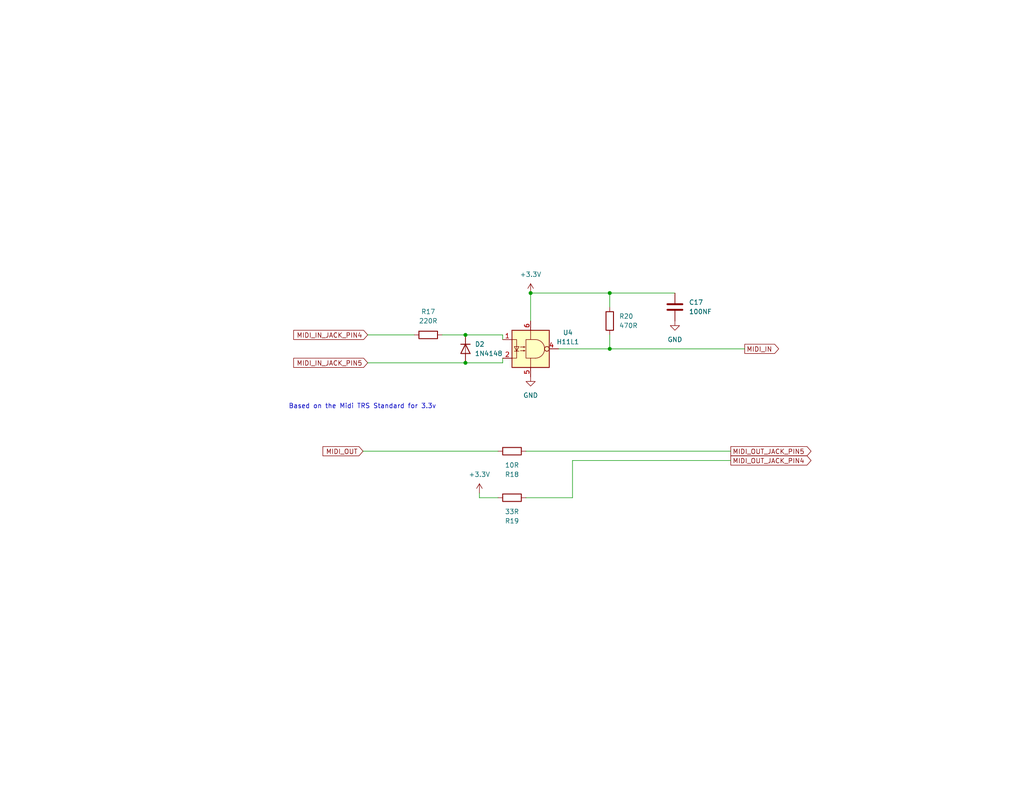
<source format=kicad_sch>
(kicad_sch (version 20250114) (generator "eeschema") (generator_version "9.0")
  (paper "USLetter")
  (title_block (title "Daisy Seed Guitar Pedal 125B") (date "2024-02-25") (rev "6") (company "Made by Keith Shepherd (kshep@mac.com)") (comment 1 "https://diyelectromusic.wordpress.com/2022/08/29/3v3-midi-module-pcb/") (comment 2 "Schematic from Simple DIY Electronic Music Projects Blog"))
  (lib_symbols
    (symbol "Device:C" (pin_numbers (hide yes)) (pin_names (offset 0.254))
      (property "Reference" "C" (at 0.635 2.54 0))
      (property "Value" "C" (at 0.635 -2.54 0))
      (symbol "C_0_1"
        (polyline (pts (xy -2.032 0.762) (xy 2.032 0.762)) (stroke (width 0.508)))
        (polyline (pts (xy -2.032 -0.762) (xy 2.032 -0.762)) (stroke (width 0.508)))
      )
      (symbol "C_1_1"
        (pin passive line (at 0 3.81 270) (length 2.794) (name "~") (number "1"))
        (pin passive line (at 0 -3.81 90) (length 2.794) (name "~") (number "2"))
      )
    )
    (symbol "Device:R" (pin_numbers (hide yes)) (pin_names (offset 0))
      (property "Reference" "R" (at 2.032 0 90))
      (property "Value" "R" (at 0 0 90))
      (symbol "R_0_1"
        (rectangle (start -1.016 -2.54) (end 1.016 2.54) (stroke (width 0.254)))
      )
      (symbol "R_1_1"
        (pin passive line (at 0 3.81 270) (length 1.27) (name "~") (number "1"))
        (pin passive line (at 0 -3.81 90) (length 1.27) (name "~") (number "2"))
      )
    )
    (symbol "Diode:1N4148" (pin_numbers (hide yes)) (pin_names (hide yes))
      (property "Reference" "D" (at 0 2.54 0))
      (property "Value" "1N4148" (at 0 -2.54 0))
      (symbol "1N4148_0_1"
        (polyline (pts (xy -1.27 1.27) (xy -1.27 -1.27)) (stroke (width 0.254)))
        (polyline (pts (xy 1.27 1.27) (xy 1.27 -1.27) (xy -1.27 0) (xy 1.27 1.27)) (stroke (width 0.254)))
        (polyline (pts (xy 1.27 0) (xy -1.27 0)))
      )
      (symbol "1N4148_1_1"
        (pin passive line (at -3.81 0 0) (length 2.54) (name "K") (number "1"))
        (pin passive line (at 3.81 0 180) (length 2.54) (name "A") (number "2"))
      )
    )
    (symbol "Isolator:H11L1" (pin_names (offset 1.016))
      (property "Reference" "U" (at 1.27 8.89 0))
      (property "Value" "H11L1" (at 1.27 6.35 0))
      (symbol "H11L1_0_1"
        (rectangle (start -5.08 5.08) (end 5.08 -5.08) (stroke (width 0.254)) (fill (type background)))
        (polyline (pts (xy -5.08 -2.54) (xy -3.81 -2.54) (xy -3.81 2.54) (xy -5.08 2.54)))
        (polyline (pts (xy -4.445 -0.635) (xy -3.175 -0.635)))
        (polyline (pts (xy -3.81 -0.635) (xy -4.445 0.635) (xy -3.175 0.635) (xy -3.81 -0.635)))
        (polyline (pts (xy -2.794 0.508) (xy -1.524 0.508) (xy -1.905 0.381) (xy -1.905 0.635) (xy -1.524 0.508)))
        (polyline (pts (xy -2.794 -0.508) (xy -1.524 -0.508) (xy -1.905 -0.635) (xy -1.905 -0.381) (xy -1.524 -0.508)))
        (polyline (pts (xy 0 2.54) (xy 0 5.08)))
        (polyline (pts (xy 0 -2.54) (xy 0 -5.08) (xy 0 -3.81)))
        (arc (start 1.27 2.54) (mid 3.799 0) (end 1.27 -2.54))
        (polyline (pts (xy 1.27 -2.54) (xy -1.27 -2.54) (xy -1.27 2.54) (xy 1.27 2.54)))
      )
      (symbol "H11L1_1_1"
        (pin passive line (at -7.62 2.54 0) (length 2.54) (name "~") (number "1"))
        (pin passive line (at -7.62 -2.54 0) (length 2.54) (name "~") (number "2"))
        (pin no_connect line (at -5.08 0 0) (length 2.54) (hide yes) (name "~") (number "3"))
        (pin power_in line (at 0 7.62 270) (length 2.54) (name "~") (number "6"))
        (pin power_in line (at 0 -7.62 90) (length 2.54) (name "~") (number "5"))
        (pin output inverted (at 7.62 0 180) (length 3.81) (name "~") (number "4"))
      )
    )
    (symbol "power:+3.3V" (power) (pin_names (offset 0))
      (property "Value" "+3.3V" (at 0 3.556 0))
      (symbol "+3.3V_0_1"
        (polyline (pts (xy -0.762 1.27) (xy 0 2.54)))
        (polyline (pts (xy 0 2.54) (xy 0.762 1.27)))
        (polyline (pts (xy 0 0) (xy 0 2.54)))
      )
      (symbol "+3.3V_1_1"
        (pin power_in line (at 0 0 90) (length 0) (hide yes) (name "+3.3V") (number "1"))
      )
    )
    (symbol "power:GND" (power) (pin_names (offset 0))
      (property "Value" "GND" (at 0 -3.81 0))
      (symbol "GND_0_1"
        (polyline (pts (xy 0 0) (xy 0 -1.27) (xy 1.27 -1.27) (xy 0 -2.54) (xy -1.27 -1.27) (xy 0 -1.27)))
      )
      (symbol "GND_1_1"
        (pin power_in line (at 0 0 270) (length 0) (hide yes) (name "GND") (number "1"))
      )
    )
  )
  (text "Based on the Midi TRS Standard for 3.3v" (at 78.74 111.76 0) (effects (font (size 1.27 1.27)) (justify left bottom)))
  (junction (at 166.37 80.01))
  (junction (at 127 99.06))
  (junction (at 127 91.44))
  (junction (at 166.37 95.25))
  (junction (at 144.78 80.01))
  (wire (pts (xy 166.37 80.01) (xy 184.15 80.01)))
  (wire (pts (xy 135.89 135.89) (xy 130.81 135.89)))
  (wire (pts (xy 199.39 123.19) (xy 143.51 123.19)))
  (wire (pts (xy 135.89 123.19) (xy 99.06 123.19)))
  (wire (pts (xy 143.51 135.89) (xy 156.21 135.89)))
  (wire (pts (xy 166.37 80.01) (xy 166.37 83.82)))
  (wire (pts (xy 130.81 135.89) (xy 130.81 134.62)))
  (wire (pts (xy 166.37 91.44) (xy 166.37 95.25)))
  (wire (pts (xy 137.16 91.44) (xy 137.16 92.71)))
  (wire (pts (xy 120.65 91.44) (xy 127 91.44)))
  (wire (pts (xy 127 99.06) (xy 137.16 99.06)))
  (wire (pts (xy 144.78 80.01) (xy 166.37 80.01)))
  (wire (pts (xy 100.33 99.06) (xy 127 99.06)))
  (wire (pts (xy 144.78 80.01) (xy 144.78 87.63)))
  (wire (pts (xy 166.37 95.25) (xy 203.2 95.25)))
  (wire (pts (xy 127 91.44) (xy 137.16 91.44)))
  (wire (pts (xy 152.4 95.25) (xy 166.37 95.25)))
  (wire (pts (xy 156.21 135.89) (xy 156.21 125.73)))
  (wire (pts (xy 100.33 91.44) (xy 113.03 91.44)))
  (wire (pts (xy 199.39 125.73) (xy 156.21 125.73)))
  (wire (pts (xy 137.16 97.79) (xy 137.16 99.06)))
  (global_label "MIDI_OUT_JACK_PIN5" (shape output) (at 199.39 123.19 0) (property "Intersheetrefs" "${INTERSHEET_REFS}" (effects (hide yes))))
  (global_label "MIDI_OUT" (shape input) (at 99.06 123.19 180) (property "Intersheetrefs" "${INTERSHEET_REFS}" (effects (hide yes))))
  (global_label "MIDI_IN_JACK_PIN5" (shape input) (at 100.33 99.06 180) (property "Intersheetrefs" "${INTERSHEET_REFS}" (effects (hide yes))))
  (global_label "MIDI_OUT_JACK_PIN4" (shape output) (at 199.39 125.73 0) (property "Intersheetrefs" "${INTERSHEET_REFS}" (effects (hide yes))))
  (global_label "MIDI_IN_JACK_PIN4" (shape input) (at 100.33 91.44 180) (property "Intersheetrefs" "${INTERSHEET_REFS}" (effects (hide yes))))
  (global_label "MIDI_IN" (shape output) (at 203.2 95.25 0) (property "Intersheetrefs" "${INTERSHEET_REFS}" (effects (hide yes))))
  (symbol (lib_id "Device:R") (at 116.84 91.44 90) (unit 1)
    (property "Reference" "R17" (at 116.84 85.09 90))
    (property "Value" "220R" (at 116.84 87.63 90))
    (property "Footprint" "Resistor_SMD:R_0805_2012Metric" (effects (hide yes)))
    (property "MPN" "C17557" (effects (hide yes)))
  )
  (symbol (lib_id "power:+3.3V") (at 144.78 80.01 0) (unit 1)
    (property "Reference" "#PWR033" (effects (hide yes)))
    (property "Value" "+3.3V" (at 144.78 74.93 0))
  )
  (symbol (lib_id "Diode:1N4148") (at 127 95.25 270) (unit 1)
    (property "Reference" "D2" (at 129.54 93.9799 90) (effects (justify left)))
    (property "Value" "1N4148" (at 129.54 96.5199 90) (effects (justify left)))
    (property "Footprint" "Diode_SMD:D_SOD-123" (effects (hide yes)))
    (property "Datasheet" "https://assets.nexperia.com/documents/data-sheet/1N4148_1N4448.pdf" (effects (hide yes)))
    (property "MPN" "C81598" (effects (hide yes)))
  )
  (symbol (lib_id "Device:R") (at 139.7 135.89 270) (unit 1)
    (property "Reference" "R19" (at 139.7 142.24 90))
    (property "Value" "33R" (at 139.7 139.7 90))
    (property "Footprint" "Resistor_SMD:R_0805_2012Metric" (effects (hide yes)))
    (property "MPN" "C17634" (effects (hide yes)))
  )
  (symbol (lib_id "Device:C") (at 184.15 83.82 0) (unit 1)
    (property "Reference" "C17" (at 187.96 82.5499 0) (effects (justify left)))
    (property "Value" "100NF" (at 187.96 85.0899 0) (effects (justify left)))
    (property "Footprint" "Capacitor_SMD:C_0805_2012Metric" (effects (hide yes)))
    (property "MPN" "C49678" (effects (hide yes)))
  )
  (symbol (lib_id "Device:R") (at 166.37 87.63 0) (unit 1)
    (property "Reference" "R20" (at 168.91 86.3599 0) (effects (justify left)))
    (property "Value" "470R" (at 168.91 88.8999 0) (effects (justify left)))
    (property "Footprint" "Resistor_SMD:R_0805_2012Metric" (effects (hide yes)))
    (property "MPN" "C17710" (effects (hide yes)))
  )
  (symbol (lib_id "power:GND") (at 144.78 102.87 0) (unit 1)
    (property "Reference" "#PWR034" (effects (hide yes)))
    (property "Value" "GND" (at 144.78 107.95 0))
  )
  (symbol (lib_id "power:GND") (at 184.15 87.63 0) (unit 1)
    (property "Reference" "#PWR035" (effects (hide yes)))
    (property "Value" "GND" (at 184.15 92.71 0))
  )
  (symbol (lib_id "Isolator:H11L1") (at 144.78 95.25 0) (unit 1)
    (property "Reference" "U4" (at 154.94 90.805 0))
    (property "Value" "H11L1" (at 154.94 93.345 0))
    (property "Footprint" "GuitarPedal125B:SOP-6_2.54mm" (effects (hide yes)))
    (property "Datasheet" "https://www.onsemi.com/pub/Collateral/H11L3M-D.PDF" (effects (hide yes)))
    (property "MPN" "C78589" (effects (hide yes)))
  )
  (symbol (lib_id "power:+3.3V") (at 130.81 134.62 0) (unit 1)
    (property "Reference" "#PWR032" (effects (hide yes)))
    (property "Value" "+3.3V" (at 130.81 129.54 0))
  )
  (symbol (lib_id "Device:R") (at 139.7 123.19 270) (unit 1)
    (property "Reference" "R18" (at 139.7 129.54 90))
    (property "Value" "10R" (at 139.7 127 90))
    (property "Footprint" "Resistor_SMD:R_0805_2012Metric" (effects (hide yes)))
    (property "MPN" "C17415" (effects (hide yes)))
  )
)
</source>
